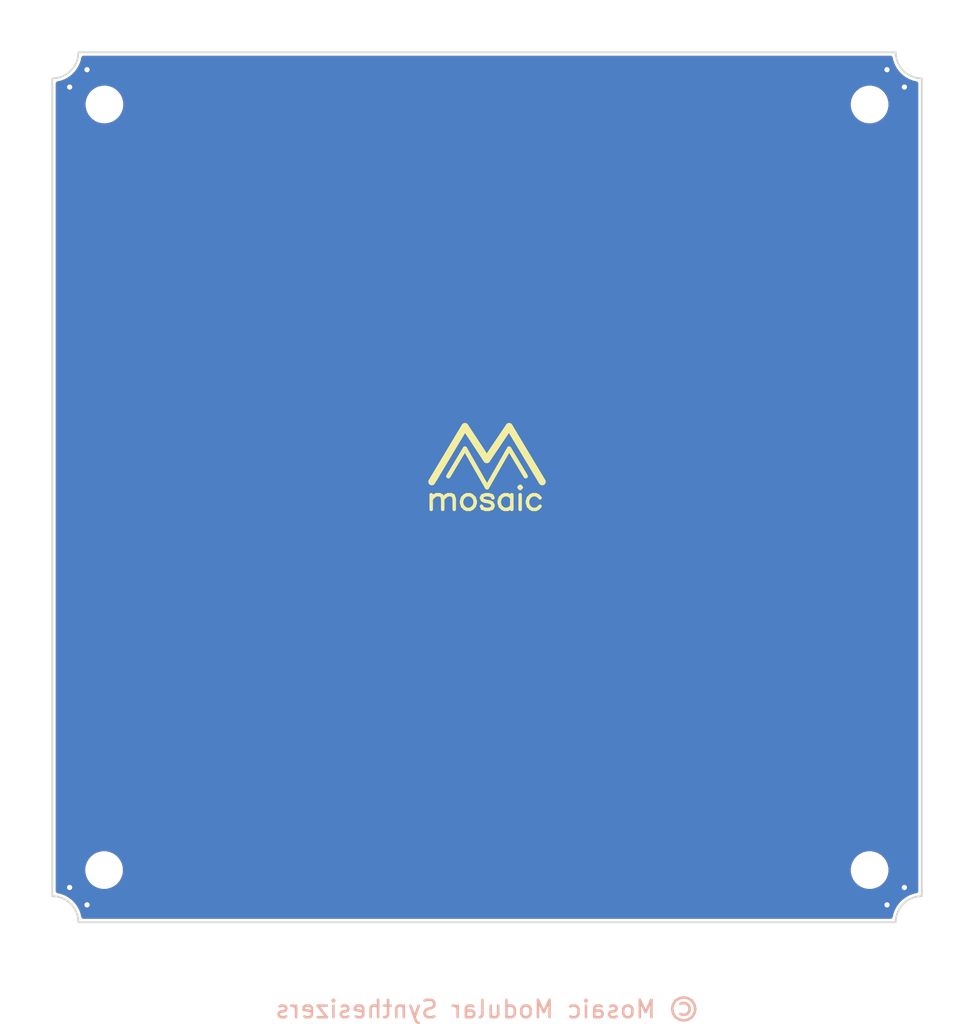
<source format=kicad_pcb>
(kicad_pcb (version 20211014) (generator pcbnew)
  (title_block (company "Mosaic modular Synthesizers"))
  (layers (0 "F.Cu" signal) (31 "B.Cu" signal) (34 "B.Paste" user) (35 "F.Paste" user) (36 "B.SilkS" user "B.Silkscreen") (37 "F.SilkS" user "F.Silkscreen") (38 "B.Mask" user) (39 "F.Mask" user) (44 "Edge.Cuts" user))
  (net 0 "")
  (net 1 "GND")
  (footprint "0-MM:MM50x50_JLC_toolingholes" (layer "F.Cu") (at 150 100)
    (fp_text reference "REF2" hide)
    (fp_text value "JLC_PCBA_tooling_holes" hide)
    (pad "" np_thru_hole circle (at 22 22) (size 1.152 1.152) (drill 1.152) (layers F&B.Cu *.Mask))
    (pad "" np_thru_hole circle (at 22 -22) (size 1.152 1.152) (drill 1.152) (layers F&B.Cu *.Mask))
    (pad "" np_thru_hole circle (at -22 -22) (size 1.152 1.152) (drill 1.152) (layers F&B.Cu *.Mask))
    (pad "" np_thru_hole circle (at -22.01962 21.999999) (size 1.152 1.152) (drill 1.152) (layers F&B.Cu *.Mask))
  )
  (footprint "0-MM:copyright" (layer "F.Cu") (at 150 130)
    (fp_text reference "REF4" hide)
    (fp_text value "copyright" hide)
    (fp_text user "© Mosaic Modular Synthesizers" (at 0 0 unlocked) (layer "B.SilkS") (effects (justify mirror)))
  )
  (footprint "0-MM:MM_LOGO" (layer "F.Cu") (at 150 100)
    (fp_text reference "REF3" hide)
    (fp_text value "logo" hide)
    (fp_line (start -3.209537 0.427546) (end -3.209537 0.668546) (layer "F.SilkS") (width 0.2))
    (fp_line (start 2.928462 0.487546) (end 2.808462 0.427546) (layer "F.SilkS") (width 0.2))
    (fp_line (start 0.341462 1.089546) (end 0.280462 1.209546) (layer "F.SilkS") (width 0.2))
    (fp_line (start -1.283537 0.487546) (end -1.403537 0.607546) (layer "F.SilkS") (width 0.2))
    (fp_line (start 0.280462 0.908546) (end 0.341462 1.029546) (layer "F.SilkS") (width 0.2))
    (fp_line (start 1.424462 1.089546) (end 1.424462 1.269546) (layer "F.SilkS") (width 0.2))
    (fp_line (start -1.403537 0.607546) (end -1.464537 0.788546) (layer "F.SilkS") (width 0.2))
    (fp_line (start -2.727537 0.427546) (end -2.607537 0.487546) (layer "F.SilkS") (width 0.2))
    (fp_line (start 2.507462 0.487546) (end 2.387462 0.607546) (layer "F.SilkS") (width 0.2))
    (fp_line (start 2.387462 1.089546) (end 2.507462 1.209546) (layer "F.SilkS") (width 0.2))
    (fp_line (start 2.808462 1.269546) (end 2.928462 1.209546) (layer "F.SilkS") (width 0.2))
    (fp_line (start -2.547537 0.668546) (end -2.366537 0.487546) (layer "F.SilkS") (width 0.2))
    (fp_line (start -1.464537 0.908546) (end -1.403537 1.089546) (layer "F.SilkS") (width 0.2))
    (fp_line (start 1.905462 0.427546) (end 1.905462 1.269546) (layer "F.SilkS") (width 0.2))
    (fp_line (start -0.260537 1.209546) (end -0.320537 1.089546) (layer "F.SilkS") (width 0.2))
    (fp_line (start -2.908537 0.427546) (end -2.727537 0.427546) (layer "F.SilkS") (width 0.2))
    (fp_line (start 1.905462 -0.054453) (end 1.845462 0.006546) (layer "F.SilkS") (width 0.2))
    (fp_line (start 0.160462 0.848546) (end 0.280462 0.908546) (layer "F.SilkS") (width 0.2))
    (fp_line (start -1.163537 0.427546) (end -1.283537 0.487546) (layer "F.SilkS") (width 0.2))
    (fp_line (start 1.27 -2.2225) (end 2.2225 -0.635) (layer "F.SilkS") (width 0.254))
    (fp_line (start -0.982537 0.427546) (end -1.163537 0.427546) (layer "F.SilkS") (width 0.2))
    (fp_line (start -0.140537 0.788546) (end 0.160462 0.848546) (layer "F.SilkS") (width 0.2))
    (fp_line (start 1.183462 0.427546) (end 1.003462 0.427546) (layer "F.SilkS") (width 0.2))
    (fp_line (start -0.862537 1.209546) (end -0.742537 1.089546) (layer "F.SilkS") (width 0.2))
    (fp_line (start -2.547537 0.668546) (end -2.547537 1.269546) (layer "F.SilkS") (width 0.2))
    (fp_line (start 1.424462 0.607546) (end 1.304462 0.487546) (layer "F.SilkS") (width 0.2))
    (fp_line (start 0 0) (end 1.27 -2.2225) (layer "F.SilkS") (width 0.254))
    (fp_line (start 1.003462 0.427546) (end 0.882462 0.487546) (layer "F.SilkS") (width 0.2))
    (fp_line (start -2.246537 0.427546) (end -2.065537 0.427546) (layer "F.SilkS") (width 0.2))
    (fp_line (start 3.049462 0.607546) (end 2.928462 0.487546) (layer "F.SilkS") (width 0.2))
    (fp_line (start 1.183462 1.269546) (end 1.304462 1.209546) (layer "F.SilkS") (width 0.2))
    (fp_line (start 2.387462 0.607546) (end 2.327462 0.788546) (layer "F.SilkS") (width 0.2))
    (fp_line (start -0.260537 0.487546) (end -0.320537 0.607546) (layer "F.SilkS") (width 0.2))
    (fp_line (start -0.982537 1.269546) (end -0.862537 1.209546) (layer "F.SilkS") (width 0.2))
    (fp_line (start -1.163537 1.269546) (end -0.982537 1.269546) (layer "F.SilkS") (width 0.2))
    (fp_line (start -0.742537 1.089546) (end -0.681537 0.908546) (layer "F.SilkS") (width 0.2))
    (fp_line (start 1.965462 0.006546) (end 1.905462 -0.054453) (layer "F.SilkS") (width 0.2))
    (fp_line (start 1.424462 0.427546) (end 1.424462 0.607546) (layer "F.SilkS") (width 0.2))
    (fp_line (start -0.01524 -1.589784) (end 1.27 -3.4925) (layer "F.SilkS") (width 0.4064))
    (fp_line (start -3.175 -0.3175) (end -1.27 -3.4925) (layer "F.SilkS") (width 0.4064))
    (fp_line (start -1.27 -2.2225) (end 0 0) (layer "F.SilkS") (width 0.254))
    (fp_line (start -3.028537 0.487546) (end -2.908537 0.427546) (layer "F.SilkS") (width 0.2))
    (fp_line (start 2.928462 1.209546) (end 3.049462 1.089546) (layer "F.SilkS") (width 0.2))
    (fp_line (start 0.341462 1.029546) (end 0.341462 1.089546) (layer "F.SilkS") (width 0.2))
    (fp_line (start 2.627462 0.427546) (end 2.507462 0.487546) (layer "F.SilkS") (width 0.2))
    (fp_line (start 1.304462 0.487546) (end 1.183462 0.427546) (layer "F.SilkS") (width 0.2))
    (fp_line (start 1.845462 0.006546) (end 1.905462 0.066546) (layer "F.SilkS") (width 0.2))
    (fp_line (start -1.27 -3.4925) (end -0.01524 -1.589784) (layer "F.SilkS") (width 0.4064))
    (fp_line (start -0.742537 0.607546) (end -0.862537 0.487546) (layer "F.SilkS") (width 0.2))
    (fp_line (start -1.27 -2.2225) (end -2.2225 -0.635) (layer "F.SilkS") (width 0.254))
    (fp_line (start -2.065537 0.427546) (end -1.945537 0.487546) (layer "F.SilkS") (width 0.2))
    (fp_line (start -1.464537 0.788546) (end -1.464537 0.908546) (layer "F.SilkS") (width 0.2))
    (fp_line (start 0.280462 1.209546) (end 0.100462 1.269546) (layer "F.SilkS") (width 0.2))
    (fp_line (start -0.080537 0.427546) (end -0.260537 0.487546) (layer "F.SilkS") (width 0.2))
    (fp_line (start 0.762462 1.089546) (end 0.882462 1.209546) (layer "F.SilkS") (width 0.2))
    (fp_line (start 2.507462 1.209546) (end 2.627462 1.269546) (layer "F.SilkS") (width 0.2))
    (fp_line (start 0.702462 0.908546) (end 0.762462 1.089546) (layer "F.SilkS") (width 0.2))
    (fp_line (start 2.327462 0.788546) (end 2.327462 0.908546) (layer "F.SilkS") (width 0.2))
    (fp_line (start 1.424462 0.607546) (end 1.424462 1.089546) (layer "F.SilkS") (width 0.2))
    (fp_line (start 1.003462 1.269546) (end 1.183462 1.269546) (layer "F.SilkS") (width 0.2))
    (fp_line (start -0.681537 0.908546) (end -0.681537 0.788546) (layer "F.SilkS") (width 0.2))
    (fp_line (start -0.862537 0.487546) (end -0.982537 0.427546) (layer "F.SilkS") (width 0.2))
    (fp_line (start -0.681537 0.788546) (end -0.742537 0.607546) (layer "F.SilkS") (width 0.2))
    (fp_line (start -0.320537 0.607546) (end -0.260537 0.728546) (layer "F.SilkS") (width 0.2))
    (fp_line (start -1.283537 1.209546) (end -1.163537 1.269546) (layer "F.SilkS") (width 0.2))
    (fp_line (start 2.327462 0.908546) (end 2.387462 1.089546) (layer "F.SilkS") (width 0.2))
    (fp_line (start 2.627462 1.269546) (end 2.808462 1.269546) (layer "F.SilkS") (width 0.2))
    (fp_line (start 1.304462 1.209546) (end 1.424462 1.089546) (layer "F.SilkS") (width 0.2))
    (fp_line (start 1.905462 0.066546) (end 1.965462 0.006546) (layer "F.SilkS") (width 0.2))
    (fp_line (start -3.209537 0.668546) (end -3.209537 1.269546) (layer "F.SilkS") (width 0.2))
    (fp_line (start 0.882462 1.209546) (end 1.003462 1.269546) (layer "F.SilkS") (width 0.2))
    (fp_line (start 0.702462 0.788546) (end 0.702462 0.908546) (layer "F.SilkS") (width 0.2))
    (fp_line (start 1.27 -3.4925) (end 3.175 -0.3175) (layer "F.SilkS") (width 0.4064))
    (fp_line (start -1.945537 0.487546) (end -1.885537 0.668546) (layer "F.SilkS") (width 0.2))
    (fp_line (start 0.100462 0.427546) (end -0.080537 0.427546) (layer "F.SilkS") (width 0.2))
    (fp_line (start 0.280462 0.487546) (end 0.100462 0.427546) (layer "F.SilkS") (width 0.2))
    (fp_line (start -2.607537 0.487546) (end -2.547537 0.668546) (layer "F.SilkS") (width 0.2))
    (fp_line (start -0.260537 0.728546) (end -0.140537 0.788546) (layer "F.SilkS") (width 0.2))
    (fp_line (start 0.341462 0.607546) (end 0.280462 0.487546) (layer "F.SilkS") (width 0.2))
    (fp_line (start -3.209537 0.668546) (end -3.028537 0.487546) (layer "F.SilkS") (width 0.2))
    (fp_line (start -1.403537 1.089546) (end -1.283537 1.209546) (layer "F.SilkS") (width 0.2))
    (fp_line (start 0.762462 0.607546) (end 0.702462 0.788546) (layer "F.SilkS") (width 0.2))
    (fp_line (start 2.808462 0.427546) (end 2.627462 0.427546) (layer "F.SilkS") (width 0.2))
    (fp_line (start 0.100462 1.269546) (end -0.080537 1.269546) (layer "F.SilkS") (width 0.2))
    (fp_line (start 0.882462 0.487546) (end 0.762462 0.607546) (layer "F.SilkS") (width 0.2))
    (fp_line (start -0.080537 1.269546) (end -0.260537 1.209546) (layer "F.SilkS") (width 0.2))
    (fp_line (start -1.885537 0.668546) (end -1.885537 1.269546) (layer "F.SilkS") (width 0.2))
    (fp_line (start -2.366537 0.487546) (end -2.246537 0.427546) (layer "F.SilkS") (width 0.2))
  )
  (gr_line (start 175 123.5) (end 175 76.5) (layer "Edge.Cuts") (width 0.1))
  (gr_arc (start 126.5 75) (mid 126.06066 76.06066) (end 125 76.5) (layer "Edge.Cuts") (width 0.1))
  (gr_arc (start 125 123.5) (mid 126.06066 123.93934) (end 126.5 125) (layer "Edge.Cuts") (width 0.1))
  (gr_line (start 126.5 125) (end 173.5 125) (layer "Edge.Cuts") (width 0.1))
  (gr_line (start 173.5 75) (end 126.5 75) (layer "Edge.Cuts") (width 0.1))
  (gr_arc (start 175 76.5) (mid 173.93934 76.06066) (end 173.5 75) (layer "Edge.Cuts") (width 0.1))
  (gr_arc (start 173.5 125) (mid 173.93934 123.93934) (end 175 123.5) (layer "Edge.Cuts") (width 0.1))
  (gr_line (start 125 76.5) (end 125 123.5) (layer "Edge.Cuts") (width 0.1))
  (via (at 127 76) (size 0.7) (drill 0.3) (layers "F.Cu" "B.Cu") (net 1))
  (via (at 126 123) (size 0.7) (drill 0.3) (layers "F.Cu" "B.Cu") (net 1))
  (via (at 174 123) (size 0.7) (drill 0.3) (layers "F.Cu" "B.Cu") (net 1))
  (via (at 126 77) (size 0.7) (drill 0.3) (layers "F.Cu" "B.Cu") (net 1))
  (via (at 127 124) (size 0.7) (drill 0.3) (layers "F.Cu" "B.Cu") (net 1))
  (via (at 174 77) (size 0.7) (drill 0.3) (layers "F.Cu" "B.Cu") (net 1))
  (via (at 173 124) (size 0.7) (drill 0.3) (layers "F.Cu" "B.Cu") (net 1))
  (via (at 173 76) (size 0.7) (drill 0.3) (layers "F.Cu" "B.Cu") (net 1))
  (zone locked (net 1) (net_name "GND") (layers F&B.Cu) (name "GND") (connect_pads (clearance 0.2)) (min_thickness 0.254) (fill yes (thermal_gap 0.508) (thermal_bridge_width 0.508) (island_removal_mode 1) (island_area_min 0))
    (polygon (pts (xy 175 125) (xy 125 125) (xy 125 75) (xy 175 75)))
  )
)
</source>
